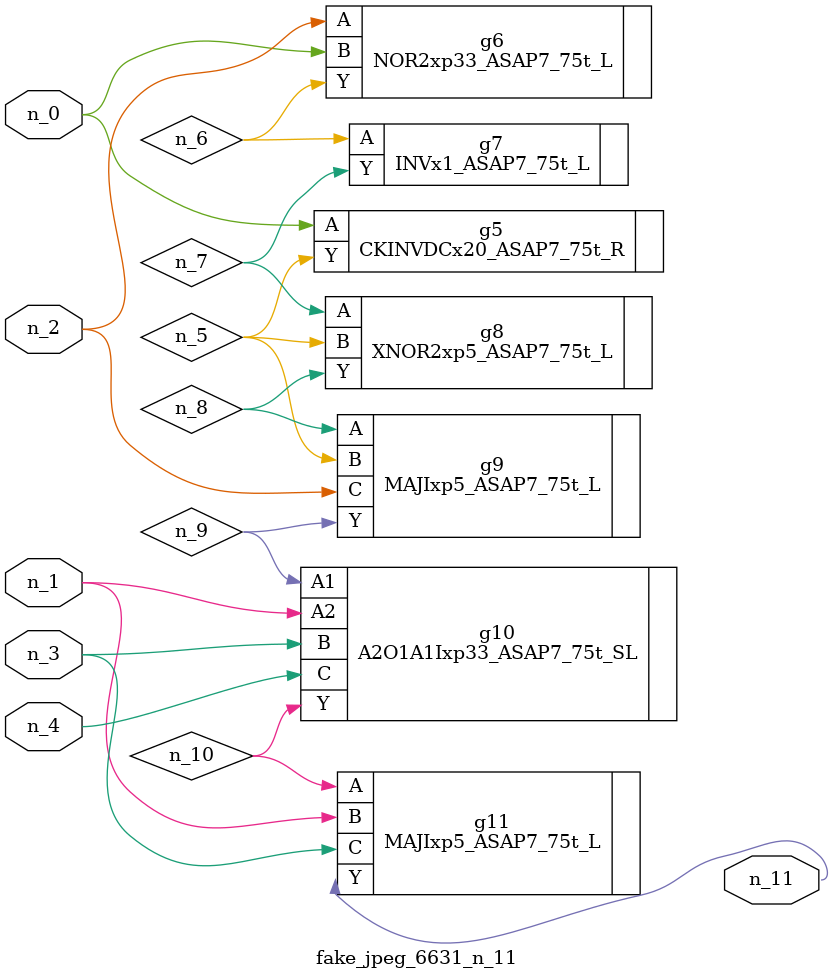
<source format=v>
module fake_jpeg_6631_n_11 (n_3, n_2, n_1, n_0, n_4, n_11);

input n_3;
input n_2;
input n_1;
input n_0;
input n_4;

output n_11;

wire n_10;
wire n_8;
wire n_9;
wire n_6;
wire n_5;
wire n_7;

CKINVDCx20_ASAP7_75t_R g5 ( 
.A(n_0),
.Y(n_5)
);

NOR2xp33_ASAP7_75t_L g6 ( 
.A(n_2),
.B(n_0),
.Y(n_6)
);

INVx1_ASAP7_75t_L g7 ( 
.A(n_6),
.Y(n_7)
);

XNOR2xp5_ASAP7_75t_L g8 ( 
.A(n_7),
.B(n_5),
.Y(n_8)
);

MAJIxp5_ASAP7_75t_L g9 ( 
.A(n_8),
.B(n_5),
.C(n_2),
.Y(n_9)
);

A2O1A1Ixp33_ASAP7_75t_SL g10 ( 
.A1(n_9),
.A2(n_1),
.B(n_3),
.C(n_4),
.Y(n_10)
);

MAJIxp5_ASAP7_75t_L g11 ( 
.A(n_10),
.B(n_1),
.C(n_3),
.Y(n_11)
);


endmodule
</source>
